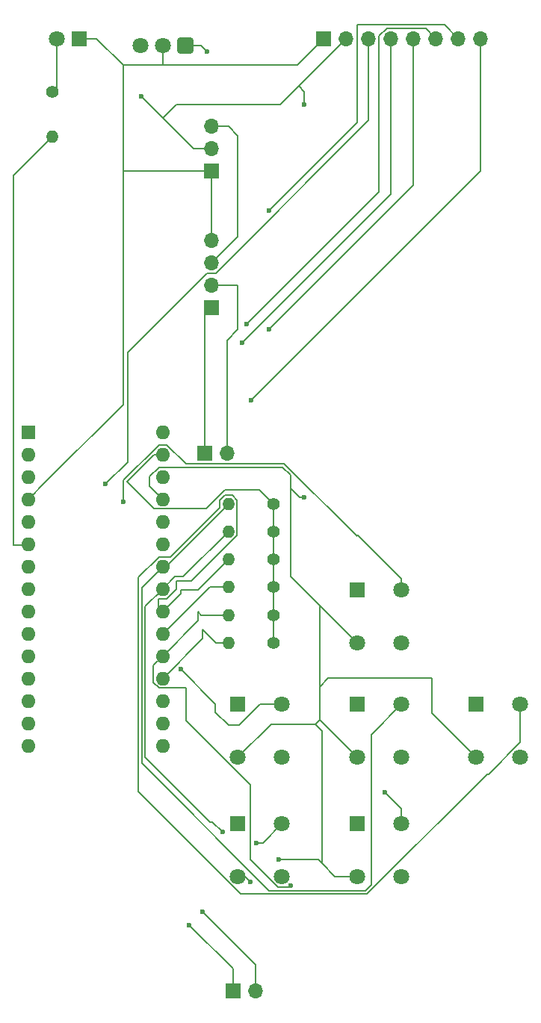
<source format=gbr>
%TF.GenerationSoftware,KiCad,Pcbnew,8.0.5*%
%TF.CreationDate,2024-11-02T20:08:25+01:00*%
%TF.ProjectId,universal_remote,756e6976-6572-4736-916c-5f72656d6f74,rev?*%
%TF.SameCoordinates,Original*%
%TF.FileFunction,Copper,L1,Top*%
%TF.FilePolarity,Positive*%
%FSLAX46Y46*%
G04 Gerber Fmt 4.6, Leading zero omitted, Abs format (unit mm)*
G04 Created by KiCad (PCBNEW 8.0.5) date 2024-11-02 20:08:25*
%MOMM*%
%LPD*%
G01*
G04 APERTURE LIST*
G04 Aperture macros list*
%AMRoundRect*
0 Rectangle with rounded corners*
0 $1 Rounding radius*
0 $2 $3 $4 $5 $6 $7 $8 $9 X,Y pos of 4 corners*
0 Add a 4 corners polygon primitive as box body*
4,1,4,$2,$3,$4,$5,$6,$7,$8,$9,$2,$3,0*
0 Add four circle primitives for the rounded corners*
1,1,$1+$1,$2,$3*
1,1,$1+$1,$4,$5*
1,1,$1+$1,$6,$7*
1,1,$1+$1,$8,$9*
0 Add four rect primitives between the rounded corners*
20,1,$1+$1,$2,$3,$4,$5,0*
20,1,$1+$1,$4,$5,$6,$7,0*
20,1,$1+$1,$6,$7,$8,$9,0*
20,1,$1+$1,$8,$9,$2,$3,0*%
G04 Aperture macros list end*
%TA.AperFunction,ComponentPad*%
%ADD10C,1.400000*%
%TD*%
%TA.AperFunction,ComponentPad*%
%ADD11O,1.400000X1.400000*%
%TD*%
%TA.AperFunction,ComponentPad*%
%ADD12R,1.700000X1.700000*%
%TD*%
%TA.AperFunction,ComponentPad*%
%ADD13O,1.700000X1.700000*%
%TD*%
%TA.AperFunction,ComponentPad*%
%ADD14R,1.800000X1.800000*%
%TD*%
%TA.AperFunction,ComponentPad*%
%ADD15C,1.800000*%
%TD*%
%TA.AperFunction,ComponentPad*%
%ADD16RoundRect,0.248400X0.651600X0.651600X-0.651600X0.651600X-0.651600X-0.651600X0.651600X-0.651600X0*%
%TD*%
%TA.AperFunction,ComponentPad*%
%ADD17R,1.600000X1.600000*%
%TD*%
%TA.AperFunction,ComponentPad*%
%ADD18O,1.600000X1.600000*%
%TD*%
%TA.AperFunction,ViaPad*%
%ADD19C,0.600000*%
%TD*%
%TA.AperFunction,Conductor*%
%ADD20C,0.200000*%
%TD*%
G04 APERTURE END LIST*
D10*
%TO.P,R4,1*%
%TO.N,Net-(A1-GND-Pad29)*%
X131500000Y-101200000D03*
D11*
%TO.P,R4,2*%
%TO.N,Net-(A1-A2)*%
X126420000Y-101200000D03*
%TD*%
D10*
%TO.P,R5,1*%
%TO.N,Net-(A1-GND-Pad29)*%
X131500000Y-98050000D03*
D11*
%TO.P,R5,2*%
%TO.N,Net-(A1-A3)*%
X126420000Y-98050000D03*
%TD*%
D10*
%TO.P,R6,1*%
%TO.N,Net-(A1-GND-Pad29)*%
X131500000Y-94900000D03*
D11*
%TO.P,R6,2*%
%TO.N,Net-(A1-A4)*%
X126420000Y-94900000D03*
%TD*%
D10*
%TO.P,R2,1*%
%TO.N,Net-(A1-GND-Pad29)*%
X131500000Y-107500000D03*
D11*
%TO.P,R2,2*%
%TO.N,Net-(A1-A0)*%
X126420000Y-107500000D03*
%TD*%
D12*
%TO.P,J1,1,Pin_1*%
%TO.N,Net-(D1-K)*%
X137220000Y-39000000D03*
D13*
%TO.P,J1,2,Pin_2*%
%TO.N,Net-(A1-+5V)*%
X139760000Y-39000000D03*
%TO.P,J1,3,Pin_3*%
%TO.N,Net-(A1-D13)*%
X142300000Y-39000000D03*
%TO.P,J1,4,Pin_4*%
%TO.N,Net-(A1-D11)*%
X144840000Y-39000000D03*
%TO.P,J1,5,Pin_5*%
%TO.N,Net-(A1-D8)*%
X147380000Y-39000000D03*
%TO.P,J1,6,Pin_6*%
%TO.N,Net-(A1-D9)*%
X149920000Y-39000000D03*
%TO.P,J1,7,Pin_7*%
%TO.N,Net-(A1-D10)*%
X152460000Y-39000000D03*
%TO.P,J1,8,Pin_8*%
%TO.N,Net-(A1-3V3)*%
X155000000Y-39000000D03*
%TD*%
D14*
%TO.P,rightBtn,1,A*%
%TO.N,Net-(A1-A3)*%
X154500000Y-114500000D03*
D15*
%TO.P,rightBtn,2,A*%
X159500000Y-114500000D03*
%TO.P,rightBtn,3,B*%
%TO.N,Net-(A1-+5V)*%
X154500000Y-120500000D03*
%TO.P,rightBtn,4,B*%
X159500000Y-120500000D03*
%TD*%
D14*
%TO.P,confirmBtn,1,A*%
%TO.N,Net-(A1-A5)*%
X141000000Y-114500000D03*
D15*
%TO.P,confirmBtn,2,A*%
X146000000Y-114500000D03*
%TO.P,confirmBtn,3,B*%
%TO.N,Net-(A1-+5V)*%
X141000000Y-120500000D03*
%TO.P,confirmBtn,4,B*%
X146000000Y-120500000D03*
%TD*%
D12*
%TO.P,J2,1,Pin_1*%
%TO.N,Net-(BT1-+)*%
X126960000Y-147000000D03*
D13*
%TO.P,J2,2,Pin_2*%
%TO.N,Net-(BT1--)*%
X129500000Y-147000000D03*
%TD*%
D14*
%TO.P,downBtn,1,A*%
%TO.N,Net-(A1-A1)*%
X141000000Y-128000000D03*
D15*
%TO.P,downBtn,2,A*%
X146000000Y-128000000D03*
%TO.P,downBtn,3,B*%
%TO.N,Net-(A1-+5V)*%
X141000000Y-134000000D03*
%TO.P,downBtn,4,B*%
X146000000Y-134000000D03*
%TD*%
D14*
%TO.P,upBtn,1,A*%
%TO.N,Net-(A1-A0)*%
X141000000Y-101500000D03*
D15*
%TO.P,upBtn,2,A*%
X146000000Y-101500000D03*
%TO.P,upBtn,3,B*%
%TO.N,Net-(A1-+5V)*%
X141000000Y-107500000D03*
%TO.P,upBtn,4,B*%
X146000000Y-107500000D03*
%TD*%
D10*
%TO.P,R7,1*%
%TO.N,Net-(A1-GND-Pad29)*%
X131500000Y-91750000D03*
D11*
%TO.P,R7,2*%
%TO.N,Net-(A1-A5)*%
X126420000Y-91750000D03*
%TD*%
D16*
%TO.P,U1,1,OUT*%
%TO.N,Net-(A1-D2)*%
X121500000Y-39815000D03*
D15*
%TO.P,U1,2,GND*%
%TO.N,Net-(D1-K)*%
X118960000Y-39815000D03*
%TO.P,U1,3,Vs*%
%TO.N,Net-(A1-+5V)*%
X116420000Y-39815000D03*
%TD*%
D17*
%TO.P,A1,1,D1/TX*%
%TO.N,unconnected-(A1-D1{slash}TX-Pad1)*%
X103760000Y-83600000D03*
D18*
%TO.P,A1,2,D0/RX*%
%TO.N,unconnected-(A1-D0{slash}RX-Pad2)*%
X103760000Y-86140000D03*
%TO.P,A1,3,~{RESET}*%
%TO.N,unconnected-(A1-~{RESET}-Pad3)*%
X103760000Y-88680000D03*
%TO.P,A1,4,GND*%
%TO.N,Net-(D1-K)*%
X103760000Y-91220000D03*
%TO.P,A1,5,D2*%
%TO.N,Net-(A1-D2)*%
X103760000Y-93760000D03*
%TO.P,A1,6,D3*%
%TO.N,Net-(A1-D3)*%
X103760000Y-96300000D03*
%TO.P,A1,7,D4*%
%TO.N,unconnected-(A1-D4-Pad7)*%
X103760000Y-98840000D03*
%TO.P,A1,8,D5*%
%TO.N,unconnected-(A1-D5-Pad8)*%
X103760000Y-101380000D03*
%TO.P,A1,9,D6*%
%TO.N,unconnected-(A1-D6-Pad9)*%
X103760000Y-103920000D03*
%TO.P,A1,10,D7*%
%TO.N,unconnected-(A1-D7-Pad10)*%
X103760000Y-106460000D03*
%TO.P,A1,11,D8*%
%TO.N,Net-(A1-D8)*%
X103760000Y-109000000D03*
%TO.P,A1,12,D9*%
%TO.N,Net-(A1-D9)*%
X103760000Y-111540000D03*
%TO.P,A1,13,D10*%
%TO.N,Net-(A1-D10)*%
X103760000Y-114080000D03*
%TO.P,A1,14,D11*%
%TO.N,Net-(A1-D11)*%
X103760000Y-116620000D03*
%TO.P,A1,15,D12*%
%TO.N,unconnected-(A1-D12-Pad15)*%
X103760000Y-119160000D03*
%TO.P,A1,16,D13*%
%TO.N,Net-(A1-D13)*%
X119000000Y-119160000D03*
%TO.P,A1,17,3V3*%
%TO.N,Net-(A1-3V3)*%
X119000000Y-116620000D03*
%TO.P,A1,18,AREF*%
%TO.N,unconnected-(A1-AREF-Pad18)*%
X119000000Y-114080000D03*
%TO.P,A1,19,A0*%
%TO.N,Net-(A1-A0)*%
X119000000Y-111540000D03*
%TO.P,A1,20,A1*%
%TO.N,Net-(A1-A1)*%
X119000000Y-109000000D03*
%TO.P,A1,21,A2*%
%TO.N,Net-(A1-A2)*%
X119000000Y-106460000D03*
%TO.P,A1,22,A3*%
%TO.N,Net-(A1-A3)*%
X119000000Y-103920000D03*
%TO.P,A1,23,A4*%
%TO.N,Net-(A1-A4)*%
X119000000Y-101380000D03*
%TO.P,A1,24,A5*%
%TO.N,Net-(A1-A5)*%
X119000000Y-98840000D03*
%TO.P,A1,25,A6*%
%TO.N,unconnected-(A1-A6-Pad25)*%
X119000000Y-96300000D03*
%TO.P,A1,26,A7*%
%TO.N,unconnected-(A1-A7-Pad26)*%
X119000000Y-93760000D03*
%TO.P,A1,27,+5V*%
%TO.N,Net-(A1-+5V)*%
X119000000Y-91220000D03*
%TO.P,A1,28,~{RESET}*%
%TO.N,unconnected-(A1-~{RESET}-Pad28)*%
X119000000Y-88680000D03*
%TO.P,A1,29,GND*%
%TO.N,Net-(A1-GND-Pad29)*%
X119000000Y-86140000D03*
%TO.P,A1,30,VIN*%
%TO.N,unconnected-(A1-VIN-Pad30)*%
X119000000Y-83600000D03*
%TD*%
D10*
%TO.P,R220,1*%
%TO.N,Net-(D1-A)*%
X106500000Y-45000000D03*
D11*
%TO.P,R220,2*%
%TO.N,Net-(A1-D3)*%
X106500000Y-50080000D03*
%TD*%
D14*
%TO.P,leftBtn,1,A*%
%TO.N,Net-(A1-A2)*%
X127500000Y-114500000D03*
D15*
%TO.P,leftBtn,2,A*%
X132500000Y-114500000D03*
%TO.P,leftBtn,3,B*%
%TO.N,Net-(A1-+5V)*%
X127500000Y-120500000D03*
%TO.P,leftBtn,4,B*%
X132500000Y-120500000D03*
%TD*%
D14*
%TO.P,IR-Tx,1,K*%
%TO.N,Net-(D1-K)*%
X109500000Y-39000000D03*
D15*
%TO.P,IR-Tx,2,A*%
%TO.N,Net-(D1-A)*%
X106960000Y-39000000D03*
%TD*%
D10*
%TO.P,R3,1*%
%TO.N,Net-(A1-GND-Pad29)*%
X131500000Y-104350000D03*
D11*
%TO.P,R3,2*%
%TO.N,Net-(A1-A1)*%
X126420000Y-104350000D03*
%TD*%
D12*
%TO.P,J3,1,Pin_1*%
%TO.N,Net-(BT1-+)*%
X124500000Y-69500000D03*
D13*
%TO.P,J3,2,Pin_2*%
%TO.N,Net-(BT1--)*%
X124500000Y-66960000D03*
%TO.P,J3,3,Pin_3*%
%TO.N,Net-(J3-Pin_3)*%
X124500000Y-64420000D03*
%TO.P,J3,4,Pin_4*%
%TO.N,Net-(D1-K)*%
X124500000Y-61880000D03*
%TD*%
D12*
%TO.P,BT1,1,+*%
%TO.N,Net-(BT1-+)*%
X123725000Y-86000000D03*
D13*
%TO.P,BT1,2,-*%
%TO.N,Net-(BT1--)*%
X126265000Y-86000000D03*
%TD*%
D12*
%TO.P,J4,1,Pin_1*%
%TO.N,Net-(D1-K)*%
X124500000Y-54000000D03*
D13*
%TO.P,J4,2,Pin_2*%
%TO.N,Net-(A1-+5V)*%
X124500000Y-51460000D03*
%TO.P,J4,3,Pin_3*%
%TO.N,Net-(J3-Pin_3)*%
X124500000Y-48920000D03*
%TD*%
D14*
%TO.P,backBtn,1,A*%
%TO.N,Net-(A1-A4)*%
X127500000Y-128000000D03*
D15*
%TO.P,backBtn,2,A*%
X132500000Y-128000000D03*
%TO.P,backBtn,3,B*%
%TO.N,Net-(A1-+5V)*%
X127500000Y-134000000D03*
%TO.P,backBtn,4,B*%
X132500000Y-134000000D03*
%TD*%
D19*
%TO.N,Net-(BT1-+)*%
X122000000Y-139500000D03*
%TO.N,Net-(BT1--)*%
X123500000Y-138000000D03*
%TO.N,Net-(A1-D10)*%
X131000000Y-58500000D03*
%TO.N,Net-(A1-D13)*%
X112500000Y-89500000D03*
%TO.N,Net-(A1-D9)*%
X128500000Y-71400000D03*
%TO.N,Net-(A1-+5V)*%
X132080000Y-132080000D03*
X135000000Y-91000000D03*
X128905000Y-134620000D03*
X135000000Y-46500000D03*
X116500000Y-45500000D03*
%TO.N,Net-(A1-A0)*%
X114500000Y-91500000D03*
%TO.N,Net-(A1-A2)*%
X121000000Y-110500000D03*
%TO.N,Net-(A1-3V3)*%
X129000000Y-80000000D03*
%TO.N,Net-(A1-A1)*%
X133479795Y-135000000D03*
X144145000Y-124460000D03*
%TO.N,Net-(A1-D2)*%
X124000000Y-40500000D03*
%TO.N,Net-(A1-D8)*%
X131000000Y-72000000D03*
%TO.N,Net-(A1-D11)*%
X128000000Y-73500000D03*
%TO.N,Net-(A1-A4)*%
X125730000Y-128905000D03*
X129540000Y-130175000D03*
%TD*%
D20*
%TO.N,Net-(BT1-+)*%
X126960000Y-144460000D02*
X122000000Y-139500000D01*
X123725000Y-70275000D02*
X124500000Y-69500000D01*
X123725000Y-86000000D02*
X123725000Y-70275000D01*
X126960000Y-147000000D02*
X126960000Y-144460000D01*
%TO.N,Net-(BT1--)*%
X127460000Y-66960000D02*
X124500000Y-66960000D01*
X129500000Y-144000000D02*
X123500000Y-138000000D01*
X126265000Y-86000000D02*
X126265000Y-73235000D01*
X126265000Y-73235000D02*
X127500000Y-72000000D01*
X127500000Y-67000000D02*
X127460000Y-66960000D01*
X127500000Y-72000000D02*
X127500000Y-67000000D01*
X129500000Y-147000000D02*
X129500000Y-144000000D01*
%TO.N,Net-(A1-D10)*%
X141000000Y-37500000D02*
X141000000Y-48500000D01*
X141050000Y-37450000D02*
X141000000Y-37500000D01*
X141000000Y-48500000D02*
X131000000Y-58500000D01*
X152460000Y-39000000D02*
X150910000Y-37450000D01*
X150910000Y-37450000D02*
X141050000Y-37450000D01*
%TO.N,Net-(A1-D13)*%
X115000000Y-74593654D02*
X115000000Y-87000000D01*
X115000000Y-87000000D02*
X112500000Y-89500000D01*
X142300000Y-39000000D02*
X142300000Y-48246346D01*
X124023654Y-65570000D02*
X115000000Y-74593654D01*
X142300000Y-48246346D02*
X124976346Y-65570000D01*
X124976346Y-65570000D02*
X124023654Y-65570000D01*
%TO.N,Net-(A1-D9)*%
X143500000Y-38713654D02*
X143500000Y-56400000D01*
X148770000Y-37850000D02*
X144363654Y-37850000D01*
X144363654Y-37850000D02*
X143500000Y-38713654D01*
X143500000Y-56400000D02*
X128500000Y-71400000D01*
X149920000Y-39000000D02*
X148770000Y-37850000D01*
%TO.N,Net-(D1-K)*%
X114500000Y-42000000D02*
X114500000Y-54000000D01*
X119000000Y-42000000D02*
X116460000Y-42000000D01*
X118960000Y-39815000D02*
X118960000Y-41960000D01*
X118960000Y-41960000D02*
X119000000Y-42000000D01*
X116460000Y-42000000D02*
X114500000Y-42000000D01*
X124500000Y-54000000D02*
X124500000Y-61880000D01*
X137220000Y-39000000D02*
X134220000Y-42000000D01*
X111500000Y-39000000D02*
X114500000Y-42000000D01*
X114500000Y-54000000D02*
X114500000Y-80480000D01*
X109500000Y-39000000D02*
X111500000Y-39000000D01*
X114500000Y-80480000D02*
X105740000Y-89240000D01*
X124500000Y-54000000D02*
X114500000Y-54000000D01*
X134220000Y-42000000D02*
X119000000Y-42000000D01*
X105740000Y-89240000D02*
X103760000Y-91220000D01*
%TO.N,Net-(A1-+5V)*%
X136750000Y-111500000D02*
X136750000Y-103250000D01*
X132260000Y-46500000D02*
X120500000Y-46500000D01*
X136750000Y-112500000D02*
X136750000Y-111500000D01*
X136250000Y-116750000D02*
X136750000Y-116250000D01*
X122460000Y-51460000D02*
X119000000Y-48000000D01*
X118544365Y-87580000D02*
X117500000Y-88624365D01*
X136580000Y-132080000D02*
X137000000Y-132500000D01*
X127500000Y-134000000D02*
X128285000Y-134000000D01*
X141000000Y-134000000D02*
X138500000Y-134000000D01*
X149500000Y-115500000D02*
X149500000Y-111500000D01*
X149500000Y-111500000D02*
X137750000Y-111500000D01*
X137750000Y-111500000D02*
X136750000Y-112500000D01*
X133500000Y-90000000D02*
X134500000Y-91000000D01*
X120500000Y-46500000D02*
X119000000Y-48000000D01*
X132080000Y-132080000D02*
X136580000Y-132080000D01*
X141000000Y-120500000D02*
X136750000Y-116250000D01*
X133500000Y-100000000D02*
X133500000Y-90000000D01*
X138500000Y-134000000D02*
X137000000Y-132500000D01*
X133500000Y-90000000D02*
X133500000Y-88500000D01*
X134380000Y-44380000D02*
X132260000Y-46500000D01*
X136250000Y-116750000D02*
X131250000Y-116750000D01*
X132580000Y-87580000D02*
X118544365Y-87580000D01*
X136750000Y-103250000D02*
X133500000Y-100000000D01*
X131250000Y-116750000D02*
X127500000Y-120500000D01*
X128285000Y-134000000D02*
X128905000Y-134620000D01*
X135000000Y-46500000D02*
X135000000Y-45000000D01*
X119000000Y-48000000D02*
X116500000Y-45500000D01*
X137000000Y-132500000D02*
X137000000Y-117500000D01*
X117500000Y-89720000D02*
X119000000Y-91220000D01*
X124500000Y-51460000D02*
X122460000Y-51460000D01*
X139760000Y-39000000D02*
X134380000Y-44380000D01*
X137000000Y-117500000D02*
X136250000Y-116750000D01*
X141000000Y-107500000D02*
X136750000Y-103250000D01*
X117500000Y-88624365D02*
X117500000Y-89720000D01*
X136750000Y-116250000D02*
X136750000Y-112500000D01*
X135000000Y-45000000D02*
X134380000Y-44380000D01*
X154500000Y-120500000D02*
X149500000Y-115500000D01*
X133500000Y-88500000D02*
X132580000Y-87580000D01*
X134500000Y-91000000D02*
X135000000Y-91000000D01*
%TO.N,Net-(A1-A5)*%
X142600000Y-134965686D02*
X142600000Y-117900000D01*
X141965686Y-135600000D02*
X131034314Y-135600000D01*
X131034314Y-135600000D02*
X116600000Y-121165686D01*
X126420000Y-91750000D02*
X119330000Y-98840000D01*
X119330000Y-98840000D02*
X119000000Y-98840000D01*
X142600000Y-134965686D02*
X141965686Y-135600000D01*
X116600000Y-121165686D02*
X116600000Y-101240000D01*
X116600000Y-101240000D02*
X119000000Y-98840000D01*
X142600000Y-117900000D02*
X146000000Y-114500000D01*
%TO.N,Net-(A1-A0)*%
X141000000Y-95434314D02*
X140892843Y-95327157D01*
X123500000Y-106000000D02*
X123500000Y-107040000D01*
X125000000Y-107500000D02*
X123500000Y-106000000D01*
X141099949Y-95327157D02*
X140892843Y-95327157D01*
X132745686Y-87180000D02*
X121595635Y-87180000D01*
X118544365Y-85040000D02*
X114500000Y-89084365D01*
X114500000Y-89084365D02*
X114500000Y-91500000D01*
X123500000Y-107040000D02*
X119000000Y-111540000D01*
X119455635Y-85040000D02*
X118544365Y-85040000D01*
X126420000Y-107500000D02*
X125000000Y-107500000D01*
X146000000Y-101500000D02*
X146000000Y-100227208D01*
X121595635Y-87180000D02*
X119455635Y-85040000D01*
X146000000Y-100227208D02*
X141099949Y-95327157D01*
X140892843Y-95327157D02*
X132745686Y-87180000D01*
%TO.N,Net-(A1-A2)*%
X124947500Y-115381813D02*
X124947500Y-114447500D01*
X126405687Y-116840000D02*
X124947500Y-115381813D01*
X132500000Y-114500000D02*
X129975000Y-114500000D01*
X124947500Y-114447500D02*
X121000000Y-110500000D01*
X122460000Y-103000000D02*
X119000000Y-106460000D01*
X122500000Y-103000000D02*
X122460000Y-103000000D01*
X124300000Y-101200000D02*
X122500000Y-103000000D01*
X126420000Y-101200000D02*
X124300000Y-101200000D01*
X129975000Y-114500000D02*
X127635000Y-116840000D01*
X127635000Y-116840000D02*
X126405687Y-116840000D01*
%TO.N,Net-(A1-3V3)*%
X155000000Y-54000000D02*
X129000000Y-80000000D01*
X155000000Y-39000000D02*
X155000000Y-54000000D01*
%TO.N,Net-(A1-A1)*%
X133479795Y-135000000D02*
X133279795Y-135200000D01*
X118544365Y-112640000D02*
X117900000Y-111995635D01*
X146000000Y-126315000D02*
X144145000Y-124460000D01*
X126420000Y-104350000D02*
X123350000Y-104350000D01*
X146000000Y-128000000D02*
X146000000Y-126315000D01*
X117900000Y-110100000D02*
X119000000Y-109000000D01*
X128893971Y-132091029D02*
X128893971Y-123591028D01*
X123350000Y-104350000D02*
X123000000Y-104000000D01*
X123000000Y-105000000D02*
X119000000Y-109000000D01*
X117900000Y-111995635D02*
X117900000Y-110100000D01*
X123000000Y-104000000D02*
X123000000Y-105000000D01*
X133279795Y-135200000D02*
X132002943Y-135200000D01*
X132002943Y-135200000D02*
X128893971Y-132091029D01*
X121640001Y-112640000D02*
X118544365Y-112640000D01*
X121640001Y-116337058D02*
X121640001Y-112640000D01*
X128893971Y-123591028D02*
X121640001Y-116337058D01*
%TO.N,Net-(A1-D3)*%
X102100000Y-96400000D02*
X103660000Y-96400000D01*
X103660000Y-96400000D02*
X103760000Y-96300000D01*
X106500000Y-50080000D02*
X102100000Y-54480000D01*
X102100000Y-54480000D02*
X102100000Y-96400000D01*
%TO.N,Net-(A1-D2)*%
X121500000Y-39815000D02*
X123315000Y-39815000D01*
X123315000Y-39815000D02*
X124000000Y-40500000D01*
%TO.N,Net-(A1-A3)*%
X125420000Y-91335786D02*
X126005786Y-90750000D01*
X119844214Y-97740000D02*
X125420000Y-92164214D01*
X121000000Y-101500000D02*
X121000000Y-101920000D01*
X119435635Y-102500000D02*
X118500000Y-102500000D01*
X127420000Y-91335786D02*
X127420000Y-95314214D01*
X122970000Y-101500000D02*
X121000000Y-101500000D01*
X121000000Y-101920000D02*
X119000000Y-103920000D01*
X118500000Y-103420000D02*
X119000000Y-103920000D01*
X116200000Y-124397057D02*
X116200000Y-100084365D01*
X127802943Y-136000000D02*
X116200000Y-124397057D01*
X155871571Y-122431372D02*
X159500000Y-118802943D01*
X118544365Y-97740000D02*
X119844214Y-97740000D01*
X126834214Y-90750000D02*
X127420000Y-91335786D01*
X125420000Y-92164214D02*
X125420000Y-91335786D01*
X127420000Y-95314214D02*
X122234214Y-100500000D01*
X120500000Y-100500000D02*
X120500000Y-101435635D01*
X155700000Y-122431372D02*
X142131372Y-136000000D01*
X120500000Y-101435635D02*
X119435635Y-102500000D01*
X142131372Y-136000000D02*
X127802943Y-136000000D01*
X155700000Y-122431372D02*
X155871571Y-122431372D01*
X118500000Y-102500000D02*
X118500000Y-103420000D01*
X159500000Y-118802943D02*
X159500000Y-114500000D01*
X116200000Y-100084365D02*
X118544365Y-97740000D01*
X122234214Y-100500000D02*
X120500000Y-100500000D01*
X126420000Y-98050000D02*
X122970000Y-101500000D01*
X126005786Y-90750000D02*
X126834214Y-90750000D01*
%TO.N,Net-(A1-D8)*%
X147380000Y-55620000D02*
X131000000Y-72000000D01*
X147380000Y-39000000D02*
X147380000Y-55620000D01*
%TO.N,Net-(A1-D11)*%
X144840000Y-56660000D02*
X128000000Y-73500000D01*
X144840000Y-39000000D02*
X144840000Y-56660000D01*
%TO.N,Net-(A1-A4)*%
X125730000Y-128905000D02*
X124622500Y-127797500D01*
X124297500Y-127797500D02*
X117000000Y-120500000D01*
X130325000Y-130175000D02*
X129540000Y-130175000D01*
X132500000Y-128000000D02*
X130325000Y-130175000D01*
X124622500Y-127797500D02*
X124297500Y-127797500D01*
X126420000Y-94900000D02*
X121320000Y-100000000D01*
X120380000Y-100000000D02*
X119000000Y-101380000D01*
X121320000Y-100000000D02*
X120380000Y-100000000D01*
X117000000Y-120500000D02*
X117000000Y-103380000D01*
X117000000Y-103380000D02*
X119000000Y-101380000D01*
%TO.N,Net-(D1-A)*%
X106960000Y-44540000D02*
X106500000Y-45000000D01*
X106960000Y-39000000D02*
X106960000Y-44540000D01*
%TO.N,Net-(A1-GND-Pad29)*%
X125990101Y-90200000D02*
X129950000Y-90200000D01*
X131500000Y-98050000D02*
X131500000Y-101200000D01*
X129950000Y-90200000D02*
X131500000Y-91750000D01*
X118010051Y-86140000D02*
X114900000Y-89250051D01*
X131500000Y-91750000D02*
X131500000Y-94900000D01*
X131500000Y-94900000D02*
X131500000Y-98050000D01*
X123870101Y-92320000D02*
X125990101Y-90200000D01*
X131500000Y-101200000D02*
X131500000Y-104350000D01*
X117969949Y-92320000D02*
X123870101Y-92320000D01*
X131500000Y-104350000D02*
X131500000Y-107500000D01*
X114900000Y-89250051D02*
X117969949Y-92320000D01*
X119000000Y-86140000D02*
X118010051Y-86140000D01*
%TO.N,Net-(J3-Pin_3)*%
X126420000Y-48920000D02*
X124500000Y-48920000D01*
X127500000Y-61420000D02*
X127500000Y-50000000D01*
X124500000Y-64420000D02*
X127500000Y-61420000D01*
X127500000Y-50000000D02*
X126420000Y-48920000D01*
%TD*%
M02*

</source>
